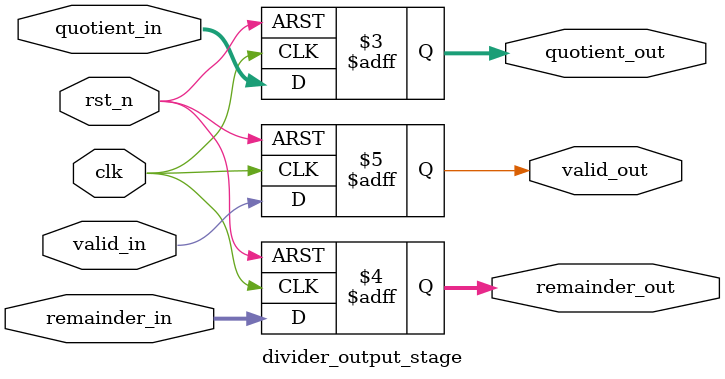
<source format=sv>
module divider_pipeline_32bit (
    input logic clk,
    input logic rst_n,  // 新增复位信号以提高鲁棒性
    input logic [31:0] dividend,
    input logic [31:0] divisor,
    output logic [31:0] quotient,
    output logic [31:0] remainder,
    output logic valid_out  // 新增输出有效信号
);
    // 内部连线
    logic [31:0] dividend_stage1, divisor_stage1;
    logic valid_stage1;
    
    logic [31:0] quotient_stage2, remainder_stage2;
    logic valid_stage2;
    
    // 实例化流水线阶段模块
    divider_input_stage input_stage (
        .clk(clk),
        .rst_n(rst_n),
        .dividend_in(dividend),
        .divisor_in(divisor),
        .dividend_out(dividend_stage1),
        .divisor_out(divisor_stage1),
        .valid_out(valid_stage1)
    );
    
    divider_computation_stage compute_stage (
        .clk(clk),
        .rst_n(rst_n),
        .dividend_in(dividend_stage1),
        .divisor_in(divisor_stage1),
        .valid_in(valid_stage1),
        .quotient_out(quotient_stage2),
        .remainder_out(remainder_stage2),
        .valid_out(valid_stage2)
    );
    
    divider_output_stage output_stage (
        .clk(clk),
        .rst_n(rst_n),
        .quotient_in(quotient_stage2),
        .remainder_in(remainder_stage2),
        .valid_in(valid_stage2),
        .quotient_out(quotient),
        .remainder_out(remainder),
        .valid_out(valid_out)
    );
    
endmodule

// 输入阶段 - 寄存输入数据并进行预处理
module divider_input_stage #(
    parameter WIDTH = 32
)(
    input logic clk,
    input logic rst_n,
    input logic [WIDTH-1:0] dividend_in,
    input logic [WIDTH-1:0] divisor_in,
    output logic [WIDTH-1:0] dividend_out,
    output logic [WIDTH-1:0] divisor_out,
    output logic valid_out
);
    logic divisor_is_zero;
    
    // 检测除数是否为零
    assign divisor_is_zero = (divisor_in == {WIDTH{1'b0}});
    
    always_ff @(posedge clk or negedge rst_n) begin
        if (~rst_n) begin
            dividend_out <= {WIDTH{1'b0}};
            divisor_out <= {WIDTH{1'b0}};
            valid_out <= 1'b0;
        end else begin
            dividend_out <= dividend_in;
            divisor_out <= divisor_in;
            valid_out <= ~divisor_is_zero;
        end
    end
endmodule

// 计算阶段 - 优化的除法和取模运算实现
module divider_computation_stage #(
    parameter WIDTH = 32
)(
    input logic clk,
    input logic rst_n,
    input logic [WIDTH-1:0] dividend_in,
    input logic [WIDTH-1:0] divisor_in,
    input logic valid_in,
    output logic [WIDTH-1:0] quotient_out,
    output logic [WIDTH-1:0] remainder_out,
    output logic valid_out
);
    // 中间寄存器
    logic [WIDTH-1:0] dividend_abs, divisor_abs;
    logic dividend_sign, divisor_sign, result_sign;
    logic [WIDTH-1:0] quotient_unsigned, remainder_unsigned;
    
    // 符号处理 - 提取符号位并转换为绝对值
    always_ff @(posedge clk or negedge rst_n) begin
        if (~rst_n) begin
            dividend_abs <= {WIDTH{1'b0}};
            divisor_abs <= {WIDTH{1'b0}};
            dividend_sign <= 1'b0;
            divisor_sign <= 1'b0;
            valid_out <= 1'b0;
        end else if (valid_in) begin
            // 提取符号（假定有符号数）
            dividend_sign <= dividend_in[WIDTH-1];
            divisor_sign <= divisor_in[WIDTH-1];
            
            // 计算绝对值
            dividend_abs <= dividend_in[WIDTH-1] ? (~dividend_in + 1'b1) : dividend_in;
            divisor_abs <= divisor_in[WIDTH-1] ? (~divisor_in + 1'b1) : divisor_in;
            valid_out <= 1'b1;
        end else begin
            valid_out <= 1'b0;
        end
    end
    
    // 无符号除法运算
    always_ff @(posedge clk or negedge rst_n) begin
        if (~rst_n) begin
            quotient_unsigned <= {WIDTH{1'b0}};
            remainder_unsigned <= {WIDTH{1'b0}};
            result_sign <= 1'b0;
        end else if (valid_in) begin
            if (valid_in) begin
                quotient_unsigned <= dividend_abs / divisor_abs;
                remainder_unsigned <= dividend_abs % divisor_abs;
                // 商的符号是两个操作数符号的异或
                result_sign <= dividend_sign ^ divisor_sign;
            end else begin
                // 除数为零的情况
                quotient_unsigned <= {WIDTH{1'b1}}; // 全1表示错误
                remainder_unsigned <= dividend_abs;
                result_sign <= dividend_sign;
            end
        end
    end
    
    // 应用符号到最终结果
    always_ff @(posedge clk or negedge rst_n) begin
        if (~rst_n) begin
            quotient_out <= {WIDTH{1'b0}};
            remainder_out <= {WIDTH{1'b0}};
        end else begin
            // 应用符号到商
            quotient_out <= result_sign ? (~quotient_unsigned + 1'b1) : quotient_unsigned;
            // 余数的符号与被除数相同
            remainder_out <= dividend_sign ? (~remainder_unsigned + 1'b1) : remainder_unsigned;
        end
    end
endmodule

// 输出阶段 - 寄存并输出结果，提供流水线寄存
module divider_output_stage #(
    parameter WIDTH = 32
)(
    input logic clk,
    input logic rst_n,
    input logic [WIDTH-1:0] quotient_in,
    input logic [WIDTH-1:0] remainder_in,
    input logic valid_in,
    output logic [WIDTH-1:0] quotient_out,
    output logic [WIDTH-1:0] remainder_out,
    output logic valid_out
);
    always_ff @(posedge clk or negedge rst_n) begin
        if (~rst_n) begin
            quotient_out <= {WIDTH{1'b0}};
            remainder_out <= {WIDTH{1'b0}};
            valid_out <= 1'b0;
        end else begin
            quotient_out <= quotient_in;
            remainder_out <= remainder_in;
            valid_out <= valid_in;
        end
    end
endmodule
</source>
